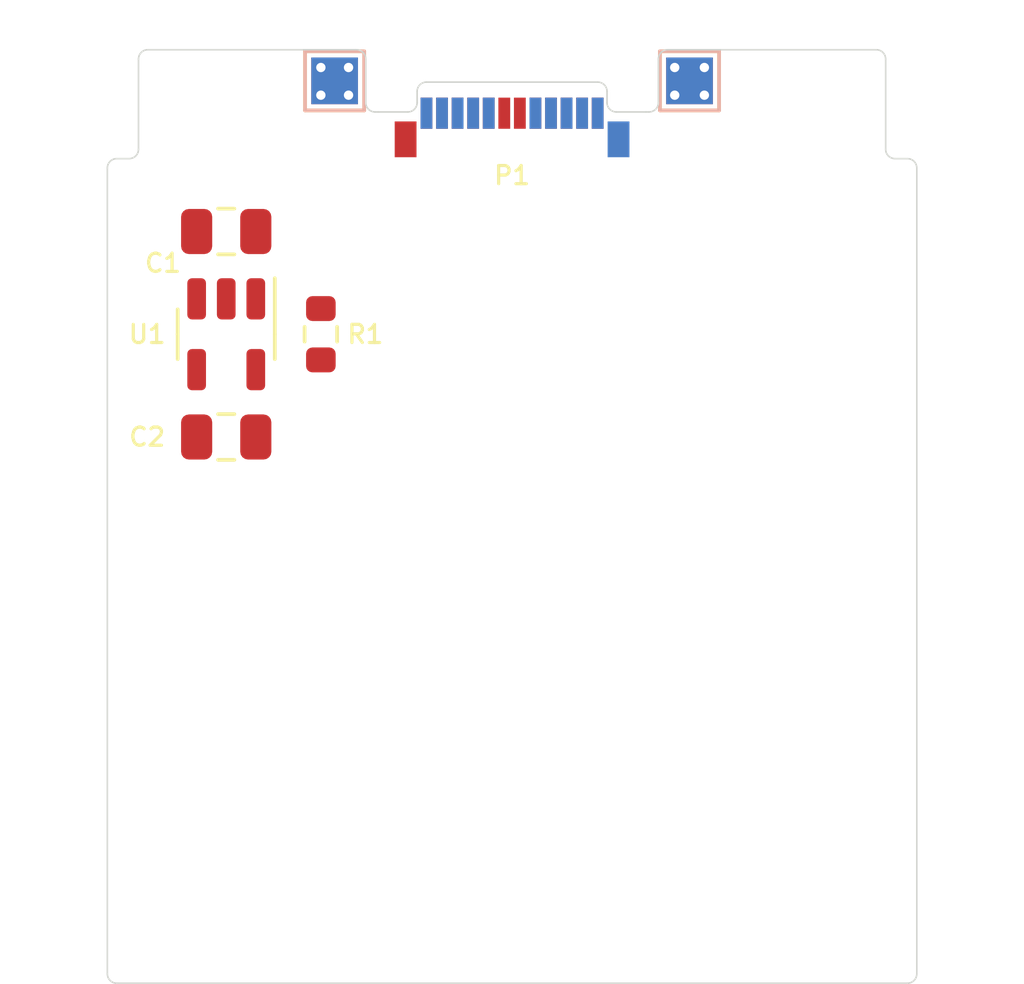
<source format=kicad_pcb>
(kicad_pcb (version 20211014) (generator pcbnew)
  (title_block (title "Expansion Card Template") (rev "X1") (company "Framework") (comment 1 "This work is licensed under a Creative Commons Attribution 4.0 International License") (comment 4 "https://frame.work"))
  (layers (0 "F.Cu" signal) (31 "B.Cu" signal) (34 "B.Paste" user) (35 "F.Paste" user) (36 "B.SilkS" user "B.Silkscreen") (37 "F.SilkS" user "F.Silkscreen") (38 "B.Mask" user) (39 "F.Mask" user) (44 "Edge.Cuts" user))
  (net 0 "")
  (net 1 "GND")
  (net 2 "+3V3")
  (net 3 "VBUS")
  (net 4 "Net-(P1-PadA5)")
  (footprint "Package_TO_SOT_SMD:SOT-23-5" (layer "F.Cu") (at 130.818 136.144 -90)
    (fp_text reference "U1" (at 0 2.54 180) (layer "F.SilkS") (effects (font (size 0.5842 0.5842) (thickness 0.1016))))
    (fp_text value "AP2112K-3.3")
    (fp_line (start 0 -1.56) (end -1.8 -1.56) (layer "F.SilkS") (width 0.12))
    (fp_line (start 0 1.56) (end 0.8 1.56) (layer "F.SilkS") (width 0.12))
    (fp_line (start 0 -1.56) (end 0.8 -1.56) (layer "F.SilkS") (width 0.12))
    (fp_line (start 0 1.56) (end -0.8 1.56) (layer "F.SilkS") (width 0.12))
    (pad "1" smd roundrect (at -1.1375 -0.95 270) (size 1.325 0.6) (layers "F.Cu" "F.Paste" "F.Mask") (net 3 "VBUS"))
    (pad "2" smd roundrect (at -1.1375 0 270) (size 1.325 0.6) (layers "F.Cu" "F.Paste" "F.Mask") (net 1 "GND"))
    (pad "3" smd roundrect (at -1.1375 0.95 270) (size 1.325 0.6) (layers "F.Cu" "F.Paste" "F.Mask") (net 3 "VBUS"))
    (pad "4" smd roundrect (at 1.1375 0.95 270) (size 1.325 0.6) (layers "F.Cu" "F.Paste" "F.Mask"))
    (pad "5" smd roundrect (at 1.1375 -0.95 270) (size 1.325 0.6) (layers "F.Cu" "F.Paste" "F.Mask") (net 2 "+3V3"))
  )
  (footprint "Capacitor_SMD:C_0805_2012Metric" (layer "F.Cu") (at 130.818 132.842 180)
    (fp_text reference "C1" (at 2.032 -1.016) (layer "F.SilkS") (effects (font (size 0.5842 0.5842) (thickness 0.1016))))
    (fp_text value "10uF")
    (fp_line (start -0.261252 0.735) (end 0.261252 0.735) (layer "F.SilkS") (width 0.12))
    (fp_line (start -0.261252 -0.735) (end 0.261252 -0.735) (layer "F.SilkS") (width 0.12))
    (pad "1" smd roundrect (at -0.95 0 180) (size 1 1.45) (layers "F.Cu" "F.Paste" "F.Mask") (net 3 "VBUS"))
    (pad "2" smd roundrect (at 0.95 0 180) (size 1 1.45) (layers "F.Cu" "F.Paste" "F.Mask") (net 1 "GND"))
  )
  (footprint "Resistor_SMD:R_0603_1608Metric" (layer "F.Cu") (at 133.858 136.144 -90)
    (fp_text reference "R1" (at 0 -1.43 180) (layer "F.SilkS") (effects (font (size 0.5842 0.5842) (thickness 0.1016))))
    (fp_text value "5.1k")
    (fp_line (start -0.237258 -0.5225) (end 0.237258 -0.5225) (layer "F.SilkS") (width 0.12))
    (fp_line (start -0.237258 0.5225) (end 0.237258 0.5225) (layer "F.SilkS") (width 0.12))
    (pad "1" smd roundrect (at -0.825 0 270) (size 0.8 0.95) (layers "F.Cu" "F.Paste" "F.Mask") (net 4 "Net-(P1-PadA5)"))
    (pad "2" smd roundrect (at 0.825 0 270) (size 0.8 0.95) (layers "F.Cu" "F.Paste" "F.Mask") (net 1 "GND"))
  )
  (footprint "Expansion_Card:USB_C_Plug_Molex_105444" (layer "F.Cu") (at 140 129)
    (fp_text reference "P1" (at 0 2.04) (layer "F.SilkS") (effects (font (size 0.5842 0.5842) (thickness 0.1016))))
    (fp_text value "USB_C_Plug_USB2.0")
    (fp_line (start -3.35 0) (end -4.3 0) (layer "Edge.Cuts") (width 0.05))
    (fp_line (start 3.35 0) (end 4.3 0) (layer "Edge.Cuts") (width 0.05))
    (fp_line (start -2.75 -0.96) (end 2.75 -0.96) (layer "Edge.Cuts") (width 0.05))
    (fp_line (start -3.05 -0.66) (end -3.05 -0.3) (layer "Edge.Cuts") (width 0.05))
    (fp_line (start 3.05 -0.66) (end 3.05 -0.3) (layer "Edge.Cuts") (width 0.05))
    (fp_arc (start -3.05 -0.66) (mid -2.962132 -0.872132) (end -2.75 -0.96) (layer "Edge.Cuts") (width 0.05))
    (fp_arc (start -3.05 -0.3) (mid -3.137868 -0.087868) (end -3.35 0) (layer "Edge.Cuts") (width 0.05))
    (fp_arc (start 2.75 -0.96) (mid 2.962132 -0.872132) (end 3.05 -0.66) (layer "Edge.Cuts") (width 0.05))
    (fp_arc (start 3.35 0) (mid 3.137868 -0.087868) (end 3.05 -0.3) (layer "Edge.Cuts") (width 0.05))
    (pad "A1" smd rect locked (at -2.75 0.04) (size 0.38 1) (layers "F.Cu" "F.Paste" "F.Mask") (net 1 "GND"))
    (pad "A2" smd rect locked (at -2.25 0.04) (size 0.38 1) (layers "F.Cu" "F.Paste" "F.Mask"))
    (pad "A3" smd rect locked (at -1.75 0.04) (size 0.38 1) (layers "F.Cu" "F.Paste" "F.Mask"))
    (pad "A4" smd rect locked (at -1.25 0.04) (size 0.38 1) (layers "F.Cu" "F.Paste" "F.Mask") (net 3 "VBUS"))
    (pad "A5" smd rect locked (at -0.75 0.04) (size 0.38 1) (layers "F.Cu" "F.Paste" "F.Mask") (net 4 "Net-(P1-PadA5)"))
    (pad "A6" smd rect locked (at -0.25 0.04) (size 0.38 1) (layers "F.Cu" "F.Paste" "F.Mask"))
    (pad "A7" smd rect locked (at 0.25 0.04) (size 0.38 1) (layers "F.Cu" "F.Paste" "F.Mask"))
    (pad "A8" smd rect locked (at 0.75 0.04) (size 0.38 1) (layers "F.Cu" "F.Paste" "F.Mask"))
    (pad "A9" smd rect locked (at 1.25 0.04) (size 0.38 1) (layers "F.Cu" "F.Paste" "F.Mask") (net 3 "VBUS"))
    (pad "A10" smd rect locked (at 1.75 0.04) (size 0.38 1) (layers "F.Cu" "F.Paste" "F.Mask"))
    (pad "A11" smd rect locked (at 2.25 0.04) (size 0.38 1) (layers "F.Cu" "F.Paste" "F.Mask"))
    (pad "A12" smd rect locked (at 2.75 0.04) (size 0.38 1) (layers "F.Cu" "F.Paste" "F.Mask") (net 1 "GND"))
    (pad "B1" smd rect locked (at 2.75 0.04) (size 0.38 1) (layers "B.Cu" "B.Paste" "B.Mask") (net 1 "GND"))
    (pad "B2" smd rect locked (at 2.25 0.04) (size 0.38 1) (layers "B.Cu" "B.Paste" "B.Mask"))
    (pad "B3" smd rect locked (at 1.75 0.04) (size 0.38 1) (layers "B.Cu" "B.Paste" "B.Mask"))
    (pad "B4" smd rect locked (at 1.25 0.04) (size 0.38 1) (layers "B.Cu" "B.Paste" "B.Mask") (net 3 "VBUS"))
    (pad "B5" smd rect locked (at 0.75 0.04) (size 0.38 1) (layers "B.Cu" "B.Paste" "B.Mask"))
    (pad "B8" smd rect locked (at -0.75 0.04) (size 0.38 1) (layers "B.Cu" "B.Paste" "B.Mask"))
    (pad "B9" smd rect locked (at -1.25 0.04) (size 0.38 1) (layers "B.Cu" "B.Paste" "B.Mask") (net 3 "VBUS"))
    (pad "B10" smd rect locked (at -1.75 0.04) (size 0.38 1) (layers "B.Cu" "B.Paste" "B.Mask"))
    (pad "B11" smd rect locked (at -2.25 0.04) (size 0.38 1) (layers "B.Cu" "B.Paste" "B.Mask"))
    (pad "B12" smd rect locked (at -2.75 0.04) (size 0.38 1) (layers "B.Cu" "B.Paste" "B.Mask") (net 1 "GND"))
    (pad "S1" smd rect locked (at -3.42 0.88) (size 0.7 1.15) (layers "F.Cu" "F.Paste" "F.Mask") (net 1 "GND"))
    (pad "S1" smd rect locked (at 3.42 0.88) (size 0.7 1.15) (layers "B.Cu" "B.Paste" "B.Mask") (net 1 "GND"))
  )
  (footprint "Capacitor_SMD:C_0805_2012Metric" (layer "F.Cu") (at 130.818 139.446 180)
    (fp_text reference "C2" (at 2.54 0) (layer "F.SilkS") (effects (font (size 0.5842 0.5842) (thickness 0.1016))))
    (fp_text value "10uF")
    (fp_line (start -0.261252 -0.735) (end 0.261252 -0.735) (layer "F.SilkS") (width 0.12))
    (fp_line (start -0.261252 0.735) (end 0.261252 0.735) (layer "F.SilkS") (width 0.12))
    (pad "1" smd roundrect (at -0.95 0 180) (size 1 1.45) (layers "F.Cu" "F.Paste" "F.Mask") (net 2 "+3V3"))
    (pad "2" smd roundrect (at 0.95 0 180) (size 1 1.45) (layers "F.Cu" "F.Paste" "F.Mask") (net 1 "GND"))
  )
  (footprint "MountingHole:MountingHole_2.2mm_M2" (layer "F.Cu") (at 128.7 146.5)
    (fp_text reference "H1" hide)
    (fp_text value "MountingHole")
    (pad "" np_thru_hole circle (at 0 0) (size 2.2 2.2) (drill 2.2) (layers *.Cu *.Mask))
  )
  (footprint "MountingHole:MountingHole_2.2mm_M2" (layer "F.Cu") (at 151.3 146.5)
    (fp_text reference "H2" hide)
    (fp_text value "MountingHole")
    (pad "" np_thru_hole circle (at 0 0) (size 2.2 2.2) (drill 2.2) (layers *.Cu *.Mask))
  )
  (footprint "TestPoint:TestPoint_Pad_1.5x1.5mm" (layer "F.Cu") (at 134.3 128)
    (fp_text reference "TP1" hide)
    (fp_text value "TestPoint")
    (fp_line (start -0.95 0.95) (end -0.95 -0.95) (layer "F.SilkS") (width 0.12))
    (fp_line (start 0.95 0.95) (end -0.95 0.95) (layer "F.SilkS") (width 0.12))
    (fp_line (start 0.95 -0.95) (end 0.95 0.95) (layer "F.SilkS") (width 0.12))
    (fp_line (start -0.95 -0.95) (end 0.95 -0.95) (layer "F.SilkS") (width 0.12))
    (pad "1" smd rect (at 0 0) (size 1.5 1.5) (layers "F.Cu" "F.Mask") (net 1 "GND"))
  )
  (footprint "TestPoint:TestPoint_Pad_1.5x1.5mm" (layer "F.Cu") (at 145.7 128)
    (fp_text reference "TP3" hide)
    (fp_text value "TestPoint")
    (fp_line (start -0.95 -0.95) (end 0.95 -0.95) (layer "F.SilkS") (width 0.12))
    (fp_line (start 0.95 -0.95) (end 0.95 0.95) (layer "F.SilkS") (width 0.12))
    (fp_line (start -0.95 0.95) (end -0.95 -0.95) (layer "F.SilkS") (width 0.12))
    (fp_line (start 0.95 0.95) (end -0.95 0.95) (layer "F.SilkS") (width 0.12))
    (pad "1" smd rect (at 0 0) (size 1.5 1.5) (layers "F.Cu" "F.Mask") (net 1 "GND"))
  )
  (footprint "TestPoint:TestPoint_Pad_1.5x1.5mm" (layer "B.Cu") (at 134.3 128)
    (fp_text reference "TP2" hide)
    (fp_text value "TestPoint")
    (fp_line (start -0.95 -0.95) (end -0.95 0.95) (layer "B.SilkS") (width 0.12))
    (fp_line (start -0.95 0.95) (end 0.95 0.95) (layer "B.SilkS") (width 0.12))
    (fp_line (start 0.95 0.95) (end 0.95 -0.95) (layer "B.SilkS") (width 0.12))
    (fp_line (start 0.95 -0.95) (end -0.95 -0.95) (layer "B.SilkS") (width 0.12))
    (pad "1" smd rect (at 0 0) (size 1.5 1.5) (layers "B.Cu" "B.Mask") (net 1 "GND"))
  )
  (footprint "TestPoint:TestPoint_Pad_1.5x1.5mm" (layer "B.Cu") (at 145.7 128)
    (fp_text reference "TP4" hide)
    (fp_text value "TestPoint")
    (fp_line (start 0.95 0.95) (end 0.95 -0.95) (layer "B.SilkS") (width 0.12))
    (fp_line (start 0.95 -0.95) (end -0.95 -0.95) (layer "B.SilkS") (width 0.12))
    (fp_line (start -0.95 -0.95) (end -0.95 0.95) (layer "B.SilkS") (width 0.12))
    (fp_line (start -0.95 0.95) (end 0.95 0.95) (layer "B.SilkS") (width 0.12))
    (pad "1" smd rect (at 0 0) (size 1.5 1.5) (layers "B.Cu" "B.Mask") (net 1 "GND"))
  )
  (gr_line (start 153 130.8) (end 153 156.7) (layer "Edge.Cuts") (width 0.05))
  (gr_line (start 127.3 157) (end 152.7 157) (layer "Edge.Cuts") (width 0.05))
  (gr_arc (start 144.7 128.7) (mid 144.612132 128.912132) (end 144.4 129) (layer "Edge.Cuts") (width 0.05))
  (gr_arc (start 135 127) (mid 135.212132 127.087868) (end 135.3 127.3) (layer "Edge.Cuts") (width 0.05))
  (gr_line (start 144.7 128.7) (end 144.7 127.3) (layer "Edge.Cuts") (width 0.05))
  (gr_arc (start 144.7 127.3) (mid 144.787868 127.087868) (end 145 127) (layer "Edge.Cuts") (width 0.05))
  (gr_line (start 135 127) (end 128.3 127) (layer "Edge.Cuts") (width 0.05))
  (gr_line (start 145 127) (end 151.7 127) (layer "Edge.Cuts") (width 0.05))
  (gr_arc (start 127.3 157) (mid 127.087868 156.912132) (end 127 156.7) (layer "Edge.Cuts") (width 0.05))
  (gr_line (start 144.3 129) (end 144.4 129) (layer "Edge.Cuts") (width 0.05))
  (gr_arc (start 128 127.3) (mid 128.087868 127.087868) (end 128.3 127) (layer "Edge.Cuts") (width 0.05))
  (gr_line (start 128 130.2) (end 128 127.3) (layer "Edge.Cuts") (width 0.05))
  (gr_arc (start 128 130.2) (mid 127.912132 130.412132) (end 127.7 130.5) (layer "Edge.Cuts") (width 0.05))
  (gr_arc (start 127 130.8) (mid 127.087868 130.587868) (end 127.3 130.5) (layer "Edge.Cuts") (width 0.05))
  (gr_line (start 127.3 130.5) (end 127.7 130.5) (layer "Edge.Cuts") (width 0.05))
  (gr_line (start 152 130.2) (end 152 127.3) (layer "Edge.Cuts") (width 0.05))
  (gr_arc (start 152.7 130.5) (mid 152.912132 130.587868) (end 153 130.8) (layer "Edge.Cuts") (width 0.05))
  (gr_arc (start 152.3 130.5) (mid 152.087868 130.412132) (end 152 130.2) (layer "Edge.Cuts") (width 0.05))
  (gr_line (start 152.3 130.5) (end 152.7 130.5) (layer "Edge.Cuts") (width 0.05))
  (gr_arc (start 153 156.7) (mid 152.912132 156.912132) (end 152.7 157) (layer "Edge.Cuts") (width 0.05))
  (gr_line (start 135.6 129) (end 135.7 129) (layer "Edge.Cuts") (width 0.05))
  (gr_arc (start 151.7 127) (mid 151.912132 127.087868) (end 152 127.3) (layer "Edge.Cuts") (width 0.05))
  (gr_line (start 135.3 128.7) (end 135.3 127.3) (layer "Edge.Cuts") (width 0.05))
  (gr_line (start 127 130.8) (end 127 156.7) (layer "Edge.Cuts") (width 0.05))
  (gr_arc (start 135.6 129) (mid 135.387868 128.912132) (end 135.3 128.7) (layer "Edge.Cuts") (width 0.05))
  (via (at 133.858 127.5715) (size 0.5) (drill 0.3) (layers "F.Cu" "B.Cu") (net 1))
  (via (at 133.858 128.4605) (size 0.5) (drill 0.3) (layers "F.Cu" "B.Cu") (net 1))
  (via (at 146.177 127.5715) (size 0.5) (drill 0.3) (layers "F.Cu" "B.Cu") (net 1))
  (via (at 146.177 128.4605) (size 0.5) (drill 0.3) (layers "F.Cu" "B.Cu") (net 1))
  (via (at 145.2245 128.4605) (size 0.5) (drill 0.3) (layers "F.Cu" "B.Cu") (net 1))
  (via (at 134.747 127.5715) (size 0.5) (drill 0.3) (layers "F.Cu" "B.Cu") (net 1))
  (via (at 134.747 128.4605) (size 0.5) (drill 0.3) (layers "F.Cu" "B.Cu") (net 1))
  (via (at 145.2245 127.5715) (size 0.5) (drill 0.3) (layers "F.Cu" "B.Cu") (net 1))
)
</source>
